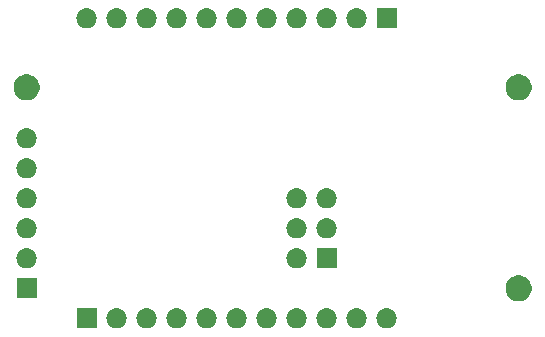
<source format=gbs>
G04 #@! TF.GenerationSoftware,KiCad,Pcbnew,5.0.2+dfsg1-1~bpo9+1*
G04 #@! TF.CreationDate,2019-04-18T11:56:18+02:00*
G04 #@! TF.ProjectId,MySNode,4d79534e-6f64-4652-9e6b-696361645f70,1.2*
G04 #@! TF.SameCoordinates,Original*
G04 #@! TF.FileFunction,Soldermask,Bot*
G04 #@! TF.FilePolarity,Negative*
%FSLAX46Y46*%
G04 Gerber Fmt 4.6, Leading zero omitted, Abs format (unit mm)*
G04 Created by KiCad (PCBNEW 5.0.2+dfsg1-1~bpo9+1) date jeu. 18 avril 2019 11:56:18 CEST*
%MOMM*%
%LPD*%
G01*
G04 APERTURE LIST*
%ADD10C,0.100000*%
G04 APERTURE END LIST*
D10*
G36*
X124626630Y-110922299D02*
X124786855Y-110970903D01*
X124934520Y-111049831D01*
X125063949Y-111156051D01*
X125170169Y-111285480D01*
X125249097Y-111433145D01*
X125297701Y-111593370D01*
X125314112Y-111760000D01*
X125297701Y-111926630D01*
X125249097Y-112086855D01*
X125170169Y-112234520D01*
X125063949Y-112363949D01*
X124934520Y-112470169D01*
X124786855Y-112549097D01*
X124626630Y-112597701D01*
X124501752Y-112610000D01*
X124418248Y-112610000D01*
X124293370Y-112597701D01*
X124133145Y-112549097D01*
X123985480Y-112470169D01*
X123856051Y-112363949D01*
X123749831Y-112234520D01*
X123670903Y-112086855D01*
X123622299Y-111926630D01*
X123605888Y-111760000D01*
X123622299Y-111593370D01*
X123670903Y-111433145D01*
X123749831Y-111285480D01*
X123856051Y-111156051D01*
X123985480Y-111049831D01*
X124133145Y-110970903D01*
X124293370Y-110922299D01*
X124418248Y-110910000D01*
X124501752Y-110910000D01*
X124626630Y-110922299D01*
X124626630Y-110922299D01*
G37*
G36*
X132246630Y-110922299D02*
X132406855Y-110970903D01*
X132554520Y-111049831D01*
X132683949Y-111156051D01*
X132790169Y-111285480D01*
X132869097Y-111433145D01*
X132917701Y-111593370D01*
X132934112Y-111760000D01*
X132917701Y-111926630D01*
X132869097Y-112086855D01*
X132790169Y-112234520D01*
X132683949Y-112363949D01*
X132554520Y-112470169D01*
X132406855Y-112549097D01*
X132246630Y-112597701D01*
X132121752Y-112610000D01*
X132038248Y-112610000D01*
X131913370Y-112597701D01*
X131753145Y-112549097D01*
X131605480Y-112470169D01*
X131476051Y-112363949D01*
X131369831Y-112234520D01*
X131290903Y-112086855D01*
X131242299Y-111926630D01*
X131225888Y-111760000D01*
X131242299Y-111593370D01*
X131290903Y-111433145D01*
X131369831Y-111285480D01*
X131476051Y-111156051D01*
X131605480Y-111049831D01*
X131753145Y-110970903D01*
X131913370Y-110922299D01*
X132038248Y-110910000D01*
X132121752Y-110910000D01*
X132246630Y-110922299D01*
X132246630Y-110922299D01*
G37*
G36*
X129706630Y-110922299D02*
X129866855Y-110970903D01*
X130014520Y-111049831D01*
X130143949Y-111156051D01*
X130250169Y-111285480D01*
X130329097Y-111433145D01*
X130377701Y-111593370D01*
X130394112Y-111760000D01*
X130377701Y-111926630D01*
X130329097Y-112086855D01*
X130250169Y-112234520D01*
X130143949Y-112363949D01*
X130014520Y-112470169D01*
X129866855Y-112549097D01*
X129706630Y-112597701D01*
X129581752Y-112610000D01*
X129498248Y-112610000D01*
X129373370Y-112597701D01*
X129213145Y-112549097D01*
X129065480Y-112470169D01*
X128936051Y-112363949D01*
X128829831Y-112234520D01*
X128750903Y-112086855D01*
X128702299Y-111926630D01*
X128685888Y-111760000D01*
X128702299Y-111593370D01*
X128750903Y-111433145D01*
X128829831Y-111285480D01*
X128936051Y-111156051D01*
X129065480Y-111049831D01*
X129213145Y-110970903D01*
X129373370Y-110922299D01*
X129498248Y-110910000D01*
X129581752Y-110910000D01*
X129706630Y-110922299D01*
X129706630Y-110922299D01*
G37*
G36*
X127166630Y-110922299D02*
X127326855Y-110970903D01*
X127474520Y-111049831D01*
X127603949Y-111156051D01*
X127710169Y-111285480D01*
X127789097Y-111433145D01*
X127837701Y-111593370D01*
X127854112Y-111760000D01*
X127837701Y-111926630D01*
X127789097Y-112086855D01*
X127710169Y-112234520D01*
X127603949Y-112363949D01*
X127474520Y-112470169D01*
X127326855Y-112549097D01*
X127166630Y-112597701D01*
X127041752Y-112610000D01*
X126958248Y-112610000D01*
X126833370Y-112597701D01*
X126673145Y-112549097D01*
X126525480Y-112470169D01*
X126396051Y-112363949D01*
X126289831Y-112234520D01*
X126210903Y-112086855D01*
X126162299Y-111926630D01*
X126145888Y-111760000D01*
X126162299Y-111593370D01*
X126210903Y-111433145D01*
X126289831Y-111285480D01*
X126396051Y-111156051D01*
X126525480Y-111049831D01*
X126673145Y-110970903D01*
X126833370Y-110922299D01*
X126958248Y-110910000D01*
X127041752Y-110910000D01*
X127166630Y-110922299D01*
X127166630Y-110922299D01*
G37*
G36*
X122086630Y-110922299D02*
X122246855Y-110970903D01*
X122394520Y-111049831D01*
X122523949Y-111156051D01*
X122630169Y-111285480D01*
X122709097Y-111433145D01*
X122757701Y-111593370D01*
X122774112Y-111760000D01*
X122757701Y-111926630D01*
X122709097Y-112086855D01*
X122630169Y-112234520D01*
X122523949Y-112363949D01*
X122394520Y-112470169D01*
X122246855Y-112549097D01*
X122086630Y-112597701D01*
X121961752Y-112610000D01*
X121878248Y-112610000D01*
X121753370Y-112597701D01*
X121593145Y-112549097D01*
X121445480Y-112470169D01*
X121316051Y-112363949D01*
X121209831Y-112234520D01*
X121130903Y-112086855D01*
X121082299Y-111926630D01*
X121065888Y-111760000D01*
X121082299Y-111593370D01*
X121130903Y-111433145D01*
X121209831Y-111285480D01*
X121316051Y-111156051D01*
X121445480Y-111049831D01*
X121593145Y-110970903D01*
X121753370Y-110922299D01*
X121878248Y-110910000D01*
X121961752Y-110910000D01*
X122086630Y-110922299D01*
X122086630Y-110922299D01*
G37*
G36*
X119546630Y-110922299D02*
X119706855Y-110970903D01*
X119854520Y-111049831D01*
X119983949Y-111156051D01*
X120090169Y-111285480D01*
X120169097Y-111433145D01*
X120217701Y-111593370D01*
X120234112Y-111760000D01*
X120217701Y-111926630D01*
X120169097Y-112086855D01*
X120090169Y-112234520D01*
X119983949Y-112363949D01*
X119854520Y-112470169D01*
X119706855Y-112549097D01*
X119546630Y-112597701D01*
X119421752Y-112610000D01*
X119338248Y-112610000D01*
X119213370Y-112597701D01*
X119053145Y-112549097D01*
X118905480Y-112470169D01*
X118776051Y-112363949D01*
X118669831Y-112234520D01*
X118590903Y-112086855D01*
X118542299Y-111926630D01*
X118525888Y-111760000D01*
X118542299Y-111593370D01*
X118590903Y-111433145D01*
X118669831Y-111285480D01*
X118776051Y-111156051D01*
X118905480Y-111049831D01*
X119053145Y-110970903D01*
X119213370Y-110922299D01*
X119338248Y-110910000D01*
X119421752Y-110910000D01*
X119546630Y-110922299D01*
X119546630Y-110922299D01*
G37*
G36*
X117006630Y-110922299D02*
X117166855Y-110970903D01*
X117314520Y-111049831D01*
X117443949Y-111156051D01*
X117550169Y-111285480D01*
X117629097Y-111433145D01*
X117677701Y-111593370D01*
X117694112Y-111760000D01*
X117677701Y-111926630D01*
X117629097Y-112086855D01*
X117550169Y-112234520D01*
X117443949Y-112363949D01*
X117314520Y-112470169D01*
X117166855Y-112549097D01*
X117006630Y-112597701D01*
X116881752Y-112610000D01*
X116798248Y-112610000D01*
X116673370Y-112597701D01*
X116513145Y-112549097D01*
X116365480Y-112470169D01*
X116236051Y-112363949D01*
X116129831Y-112234520D01*
X116050903Y-112086855D01*
X116002299Y-111926630D01*
X115985888Y-111760000D01*
X116002299Y-111593370D01*
X116050903Y-111433145D01*
X116129831Y-111285480D01*
X116236051Y-111156051D01*
X116365480Y-111049831D01*
X116513145Y-110970903D01*
X116673370Y-110922299D01*
X116798248Y-110910000D01*
X116881752Y-110910000D01*
X117006630Y-110922299D01*
X117006630Y-110922299D01*
G37*
G36*
X107530000Y-112610000D02*
X105830000Y-112610000D01*
X105830000Y-110910000D01*
X107530000Y-110910000D01*
X107530000Y-112610000D01*
X107530000Y-112610000D01*
G37*
G36*
X109386630Y-110922299D02*
X109546855Y-110970903D01*
X109694520Y-111049831D01*
X109823949Y-111156051D01*
X109930169Y-111285480D01*
X110009097Y-111433145D01*
X110057701Y-111593370D01*
X110074112Y-111760000D01*
X110057701Y-111926630D01*
X110009097Y-112086855D01*
X109930169Y-112234520D01*
X109823949Y-112363949D01*
X109694520Y-112470169D01*
X109546855Y-112549097D01*
X109386630Y-112597701D01*
X109261752Y-112610000D01*
X109178248Y-112610000D01*
X109053370Y-112597701D01*
X108893145Y-112549097D01*
X108745480Y-112470169D01*
X108616051Y-112363949D01*
X108509831Y-112234520D01*
X108430903Y-112086855D01*
X108382299Y-111926630D01*
X108365888Y-111760000D01*
X108382299Y-111593370D01*
X108430903Y-111433145D01*
X108509831Y-111285480D01*
X108616051Y-111156051D01*
X108745480Y-111049831D01*
X108893145Y-110970903D01*
X109053370Y-110922299D01*
X109178248Y-110910000D01*
X109261752Y-110910000D01*
X109386630Y-110922299D01*
X109386630Y-110922299D01*
G37*
G36*
X111926630Y-110922299D02*
X112086855Y-110970903D01*
X112234520Y-111049831D01*
X112363949Y-111156051D01*
X112470169Y-111285480D01*
X112549097Y-111433145D01*
X112597701Y-111593370D01*
X112614112Y-111760000D01*
X112597701Y-111926630D01*
X112549097Y-112086855D01*
X112470169Y-112234520D01*
X112363949Y-112363949D01*
X112234520Y-112470169D01*
X112086855Y-112549097D01*
X111926630Y-112597701D01*
X111801752Y-112610000D01*
X111718248Y-112610000D01*
X111593370Y-112597701D01*
X111433145Y-112549097D01*
X111285480Y-112470169D01*
X111156051Y-112363949D01*
X111049831Y-112234520D01*
X110970903Y-112086855D01*
X110922299Y-111926630D01*
X110905888Y-111760000D01*
X110922299Y-111593370D01*
X110970903Y-111433145D01*
X111049831Y-111285480D01*
X111156051Y-111156051D01*
X111285480Y-111049831D01*
X111433145Y-110970903D01*
X111593370Y-110922299D01*
X111718248Y-110910000D01*
X111801752Y-110910000D01*
X111926630Y-110922299D01*
X111926630Y-110922299D01*
G37*
G36*
X114466630Y-110922299D02*
X114626855Y-110970903D01*
X114774520Y-111049831D01*
X114903949Y-111156051D01*
X115010169Y-111285480D01*
X115089097Y-111433145D01*
X115137701Y-111593370D01*
X115154112Y-111760000D01*
X115137701Y-111926630D01*
X115089097Y-112086855D01*
X115010169Y-112234520D01*
X114903949Y-112363949D01*
X114774520Y-112470169D01*
X114626855Y-112549097D01*
X114466630Y-112597701D01*
X114341752Y-112610000D01*
X114258248Y-112610000D01*
X114133370Y-112597701D01*
X113973145Y-112549097D01*
X113825480Y-112470169D01*
X113696051Y-112363949D01*
X113589831Y-112234520D01*
X113510903Y-112086855D01*
X113462299Y-111926630D01*
X113445888Y-111760000D01*
X113462299Y-111593370D01*
X113510903Y-111433145D01*
X113589831Y-111285480D01*
X113696051Y-111156051D01*
X113825480Y-111049831D01*
X113973145Y-110970903D01*
X114133370Y-110922299D01*
X114258248Y-110910000D01*
X114341752Y-110910000D01*
X114466630Y-110922299D01*
X114466630Y-110922299D01*
G37*
G36*
X143576857Y-108162272D02*
X143777042Y-108245191D01*
X143957213Y-108365578D01*
X144110422Y-108518787D01*
X144230809Y-108698958D01*
X144313728Y-108899143D01*
X144356000Y-109111658D01*
X144356000Y-109328342D01*
X144313728Y-109540857D01*
X144230809Y-109741042D01*
X144110422Y-109921213D01*
X143957213Y-110074422D01*
X143777042Y-110194809D01*
X143576857Y-110277728D01*
X143364342Y-110320000D01*
X143147658Y-110320000D01*
X142935143Y-110277728D01*
X142734958Y-110194809D01*
X142554787Y-110074422D01*
X142401578Y-109921213D01*
X142281191Y-109741042D01*
X142198272Y-109540857D01*
X142156000Y-109328342D01*
X142156000Y-109111658D01*
X142198272Y-108899143D01*
X142281191Y-108698958D01*
X142401578Y-108518787D01*
X142554787Y-108365578D01*
X142734958Y-108245191D01*
X142935143Y-108162272D01*
X143147658Y-108120000D01*
X143364342Y-108120000D01*
X143576857Y-108162272D01*
X143576857Y-108162272D01*
G37*
G36*
X102450000Y-110070000D02*
X100750000Y-110070000D01*
X100750000Y-108370000D01*
X102450000Y-108370000D01*
X102450000Y-110070000D01*
X102450000Y-110070000D01*
G37*
G36*
X127850000Y-107530000D02*
X126150000Y-107530000D01*
X126150000Y-105830000D01*
X127850000Y-105830000D01*
X127850000Y-107530000D01*
X127850000Y-107530000D01*
G37*
G36*
X124626630Y-105842299D02*
X124786855Y-105890903D01*
X124934520Y-105969831D01*
X125063949Y-106076051D01*
X125170169Y-106205480D01*
X125249097Y-106353145D01*
X125297701Y-106513370D01*
X125314112Y-106680000D01*
X125297701Y-106846630D01*
X125249097Y-107006855D01*
X125170169Y-107154520D01*
X125063949Y-107283949D01*
X124934520Y-107390169D01*
X124786855Y-107469097D01*
X124626630Y-107517701D01*
X124501752Y-107530000D01*
X124418248Y-107530000D01*
X124293370Y-107517701D01*
X124133145Y-107469097D01*
X123985480Y-107390169D01*
X123856051Y-107283949D01*
X123749831Y-107154520D01*
X123670903Y-107006855D01*
X123622299Y-106846630D01*
X123605888Y-106680000D01*
X123622299Y-106513370D01*
X123670903Y-106353145D01*
X123749831Y-106205480D01*
X123856051Y-106076051D01*
X123985480Y-105969831D01*
X124133145Y-105890903D01*
X124293370Y-105842299D01*
X124418248Y-105830000D01*
X124501752Y-105830000D01*
X124626630Y-105842299D01*
X124626630Y-105842299D01*
G37*
G36*
X101766630Y-105842299D02*
X101926855Y-105890903D01*
X102074520Y-105969831D01*
X102203949Y-106076051D01*
X102310169Y-106205480D01*
X102389097Y-106353145D01*
X102437701Y-106513370D01*
X102454112Y-106680000D01*
X102437701Y-106846630D01*
X102389097Y-107006855D01*
X102310169Y-107154520D01*
X102203949Y-107283949D01*
X102074520Y-107390169D01*
X101926855Y-107469097D01*
X101766630Y-107517701D01*
X101641752Y-107530000D01*
X101558248Y-107530000D01*
X101433370Y-107517701D01*
X101273145Y-107469097D01*
X101125480Y-107390169D01*
X100996051Y-107283949D01*
X100889831Y-107154520D01*
X100810903Y-107006855D01*
X100762299Y-106846630D01*
X100745888Y-106680000D01*
X100762299Y-106513370D01*
X100810903Y-106353145D01*
X100889831Y-106205480D01*
X100996051Y-106076051D01*
X101125480Y-105969831D01*
X101273145Y-105890903D01*
X101433370Y-105842299D01*
X101558248Y-105830000D01*
X101641752Y-105830000D01*
X101766630Y-105842299D01*
X101766630Y-105842299D01*
G37*
G36*
X124626630Y-103302299D02*
X124786855Y-103350903D01*
X124934520Y-103429831D01*
X125063949Y-103536051D01*
X125170169Y-103665480D01*
X125249097Y-103813145D01*
X125297701Y-103973370D01*
X125314112Y-104140000D01*
X125297701Y-104306630D01*
X125249097Y-104466855D01*
X125170169Y-104614520D01*
X125063949Y-104743949D01*
X124934520Y-104850169D01*
X124786855Y-104929097D01*
X124626630Y-104977701D01*
X124501752Y-104990000D01*
X124418248Y-104990000D01*
X124293370Y-104977701D01*
X124133145Y-104929097D01*
X123985480Y-104850169D01*
X123856051Y-104743949D01*
X123749831Y-104614520D01*
X123670903Y-104466855D01*
X123622299Y-104306630D01*
X123605888Y-104140000D01*
X123622299Y-103973370D01*
X123670903Y-103813145D01*
X123749831Y-103665480D01*
X123856051Y-103536051D01*
X123985480Y-103429831D01*
X124133145Y-103350903D01*
X124293370Y-103302299D01*
X124418248Y-103290000D01*
X124501752Y-103290000D01*
X124626630Y-103302299D01*
X124626630Y-103302299D01*
G37*
G36*
X101766630Y-103302299D02*
X101926855Y-103350903D01*
X102074520Y-103429831D01*
X102203949Y-103536051D01*
X102310169Y-103665480D01*
X102389097Y-103813145D01*
X102437701Y-103973370D01*
X102454112Y-104140000D01*
X102437701Y-104306630D01*
X102389097Y-104466855D01*
X102310169Y-104614520D01*
X102203949Y-104743949D01*
X102074520Y-104850169D01*
X101926855Y-104929097D01*
X101766630Y-104977701D01*
X101641752Y-104990000D01*
X101558248Y-104990000D01*
X101433370Y-104977701D01*
X101273145Y-104929097D01*
X101125480Y-104850169D01*
X100996051Y-104743949D01*
X100889831Y-104614520D01*
X100810903Y-104466855D01*
X100762299Y-104306630D01*
X100745888Y-104140000D01*
X100762299Y-103973370D01*
X100810903Y-103813145D01*
X100889831Y-103665480D01*
X100996051Y-103536051D01*
X101125480Y-103429831D01*
X101273145Y-103350903D01*
X101433370Y-103302299D01*
X101558248Y-103290000D01*
X101641752Y-103290000D01*
X101766630Y-103302299D01*
X101766630Y-103302299D01*
G37*
G36*
X127166630Y-103302299D02*
X127326855Y-103350903D01*
X127474520Y-103429831D01*
X127603949Y-103536051D01*
X127710169Y-103665480D01*
X127789097Y-103813145D01*
X127837701Y-103973370D01*
X127854112Y-104140000D01*
X127837701Y-104306630D01*
X127789097Y-104466855D01*
X127710169Y-104614520D01*
X127603949Y-104743949D01*
X127474520Y-104850169D01*
X127326855Y-104929097D01*
X127166630Y-104977701D01*
X127041752Y-104990000D01*
X126958248Y-104990000D01*
X126833370Y-104977701D01*
X126673145Y-104929097D01*
X126525480Y-104850169D01*
X126396051Y-104743949D01*
X126289831Y-104614520D01*
X126210903Y-104466855D01*
X126162299Y-104306630D01*
X126145888Y-104140000D01*
X126162299Y-103973370D01*
X126210903Y-103813145D01*
X126289831Y-103665480D01*
X126396051Y-103536051D01*
X126525480Y-103429831D01*
X126673145Y-103350903D01*
X126833370Y-103302299D01*
X126958248Y-103290000D01*
X127041752Y-103290000D01*
X127166630Y-103302299D01*
X127166630Y-103302299D01*
G37*
G36*
X127166630Y-100762299D02*
X127326855Y-100810903D01*
X127474520Y-100889831D01*
X127603949Y-100996051D01*
X127710169Y-101125480D01*
X127789097Y-101273145D01*
X127837701Y-101433370D01*
X127854112Y-101600000D01*
X127837701Y-101766630D01*
X127789097Y-101926855D01*
X127710169Y-102074520D01*
X127603949Y-102203949D01*
X127474520Y-102310169D01*
X127326855Y-102389097D01*
X127166630Y-102437701D01*
X127041752Y-102450000D01*
X126958248Y-102450000D01*
X126833370Y-102437701D01*
X126673145Y-102389097D01*
X126525480Y-102310169D01*
X126396051Y-102203949D01*
X126289831Y-102074520D01*
X126210903Y-101926855D01*
X126162299Y-101766630D01*
X126145888Y-101600000D01*
X126162299Y-101433370D01*
X126210903Y-101273145D01*
X126289831Y-101125480D01*
X126396051Y-100996051D01*
X126525480Y-100889831D01*
X126673145Y-100810903D01*
X126833370Y-100762299D01*
X126958248Y-100750000D01*
X127041752Y-100750000D01*
X127166630Y-100762299D01*
X127166630Y-100762299D01*
G37*
G36*
X124626630Y-100762299D02*
X124786855Y-100810903D01*
X124934520Y-100889831D01*
X125063949Y-100996051D01*
X125170169Y-101125480D01*
X125249097Y-101273145D01*
X125297701Y-101433370D01*
X125314112Y-101600000D01*
X125297701Y-101766630D01*
X125249097Y-101926855D01*
X125170169Y-102074520D01*
X125063949Y-102203949D01*
X124934520Y-102310169D01*
X124786855Y-102389097D01*
X124626630Y-102437701D01*
X124501752Y-102450000D01*
X124418248Y-102450000D01*
X124293370Y-102437701D01*
X124133145Y-102389097D01*
X123985480Y-102310169D01*
X123856051Y-102203949D01*
X123749831Y-102074520D01*
X123670903Y-101926855D01*
X123622299Y-101766630D01*
X123605888Y-101600000D01*
X123622299Y-101433370D01*
X123670903Y-101273145D01*
X123749831Y-101125480D01*
X123856051Y-100996051D01*
X123985480Y-100889831D01*
X124133145Y-100810903D01*
X124293370Y-100762299D01*
X124418248Y-100750000D01*
X124501752Y-100750000D01*
X124626630Y-100762299D01*
X124626630Y-100762299D01*
G37*
G36*
X101766630Y-100762299D02*
X101926855Y-100810903D01*
X102074520Y-100889831D01*
X102203949Y-100996051D01*
X102310169Y-101125480D01*
X102389097Y-101273145D01*
X102437701Y-101433370D01*
X102454112Y-101600000D01*
X102437701Y-101766630D01*
X102389097Y-101926855D01*
X102310169Y-102074520D01*
X102203949Y-102203949D01*
X102074520Y-102310169D01*
X101926855Y-102389097D01*
X101766630Y-102437701D01*
X101641752Y-102450000D01*
X101558248Y-102450000D01*
X101433370Y-102437701D01*
X101273145Y-102389097D01*
X101125480Y-102310169D01*
X100996051Y-102203949D01*
X100889831Y-102074520D01*
X100810903Y-101926855D01*
X100762299Y-101766630D01*
X100745888Y-101600000D01*
X100762299Y-101433370D01*
X100810903Y-101273145D01*
X100889831Y-101125480D01*
X100996051Y-100996051D01*
X101125480Y-100889831D01*
X101273145Y-100810903D01*
X101433370Y-100762299D01*
X101558248Y-100750000D01*
X101641752Y-100750000D01*
X101766630Y-100762299D01*
X101766630Y-100762299D01*
G37*
G36*
X101766630Y-98222299D02*
X101926855Y-98270903D01*
X102074520Y-98349831D01*
X102203949Y-98456051D01*
X102310169Y-98585480D01*
X102389097Y-98733145D01*
X102437701Y-98893370D01*
X102454112Y-99060000D01*
X102437701Y-99226630D01*
X102389097Y-99386855D01*
X102310169Y-99534520D01*
X102203949Y-99663949D01*
X102074520Y-99770169D01*
X101926855Y-99849097D01*
X101766630Y-99897701D01*
X101641752Y-99910000D01*
X101558248Y-99910000D01*
X101433370Y-99897701D01*
X101273145Y-99849097D01*
X101125480Y-99770169D01*
X100996051Y-99663949D01*
X100889831Y-99534520D01*
X100810903Y-99386855D01*
X100762299Y-99226630D01*
X100745888Y-99060000D01*
X100762299Y-98893370D01*
X100810903Y-98733145D01*
X100889831Y-98585480D01*
X100996051Y-98456051D01*
X101125480Y-98349831D01*
X101273145Y-98270903D01*
X101433370Y-98222299D01*
X101558248Y-98210000D01*
X101641752Y-98210000D01*
X101766630Y-98222299D01*
X101766630Y-98222299D01*
G37*
G36*
X101766630Y-95682299D02*
X101926855Y-95730903D01*
X102074520Y-95809831D01*
X102203949Y-95916051D01*
X102310169Y-96045480D01*
X102389097Y-96193145D01*
X102437701Y-96353370D01*
X102454112Y-96520000D01*
X102437701Y-96686630D01*
X102389097Y-96846855D01*
X102310169Y-96994520D01*
X102203949Y-97123949D01*
X102074520Y-97230169D01*
X101926855Y-97309097D01*
X101766630Y-97357701D01*
X101641752Y-97370000D01*
X101558248Y-97370000D01*
X101433370Y-97357701D01*
X101273145Y-97309097D01*
X101125480Y-97230169D01*
X100996051Y-97123949D01*
X100889831Y-96994520D01*
X100810903Y-96846855D01*
X100762299Y-96686630D01*
X100745888Y-96520000D01*
X100762299Y-96353370D01*
X100810903Y-96193145D01*
X100889831Y-96045480D01*
X100996051Y-95916051D01*
X101125480Y-95809831D01*
X101273145Y-95730903D01*
X101433370Y-95682299D01*
X101558248Y-95670000D01*
X101641752Y-95670000D01*
X101766630Y-95682299D01*
X101766630Y-95682299D01*
G37*
G36*
X143576857Y-91144272D02*
X143777042Y-91227191D01*
X143957213Y-91347578D01*
X144110422Y-91500787D01*
X144230809Y-91680958D01*
X144313728Y-91881143D01*
X144356000Y-92093658D01*
X144356000Y-92310342D01*
X144313728Y-92522857D01*
X144230809Y-92723042D01*
X144110422Y-92903213D01*
X143957213Y-93056422D01*
X143777042Y-93176809D01*
X143576857Y-93259728D01*
X143364342Y-93302000D01*
X143147658Y-93302000D01*
X142935143Y-93259728D01*
X142734958Y-93176809D01*
X142554787Y-93056422D01*
X142401578Y-92903213D01*
X142281191Y-92723042D01*
X142198272Y-92522857D01*
X142156000Y-92310342D01*
X142156000Y-92093658D01*
X142198272Y-91881143D01*
X142281191Y-91680958D01*
X142401578Y-91500787D01*
X142554787Y-91347578D01*
X142734958Y-91227191D01*
X142935143Y-91144272D01*
X143147658Y-91102000D01*
X143364342Y-91102000D01*
X143576857Y-91144272D01*
X143576857Y-91144272D01*
G37*
G36*
X101920857Y-91144272D02*
X102121042Y-91227191D01*
X102301213Y-91347578D01*
X102454422Y-91500787D01*
X102574809Y-91680958D01*
X102657728Y-91881143D01*
X102700000Y-92093658D01*
X102700000Y-92310342D01*
X102657728Y-92522857D01*
X102574809Y-92723042D01*
X102454422Y-92903213D01*
X102301213Y-93056422D01*
X102121042Y-93176809D01*
X101920857Y-93259728D01*
X101708342Y-93302000D01*
X101491658Y-93302000D01*
X101279143Y-93259728D01*
X101078958Y-93176809D01*
X100898787Y-93056422D01*
X100745578Y-92903213D01*
X100625191Y-92723042D01*
X100542272Y-92522857D01*
X100500000Y-92310342D01*
X100500000Y-92093658D01*
X100542272Y-91881143D01*
X100625191Y-91680958D01*
X100745578Y-91500787D01*
X100898787Y-91347578D01*
X101078958Y-91227191D01*
X101279143Y-91144272D01*
X101491658Y-91102000D01*
X101708342Y-91102000D01*
X101920857Y-91144272D01*
X101920857Y-91144272D01*
G37*
G36*
X106846630Y-85522299D02*
X107006855Y-85570903D01*
X107154520Y-85649831D01*
X107283949Y-85756051D01*
X107390169Y-85885480D01*
X107469097Y-86033145D01*
X107517701Y-86193370D01*
X107534112Y-86360000D01*
X107517701Y-86526630D01*
X107469097Y-86686855D01*
X107390169Y-86834520D01*
X107283949Y-86963949D01*
X107154520Y-87070169D01*
X107006855Y-87149097D01*
X106846630Y-87197701D01*
X106721752Y-87210000D01*
X106638248Y-87210000D01*
X106513370Y-87197701D01*
X106353145Y-87149097D01*
X106205480Y-87070169D01*
X106076051Y-86963949D01*
X105969831Y-86834520D01*
X105890903Y-86686855D01*
X105842299Y-86526630D01*
X105825888Y-86360000D01*
X105842299Y-86193370D01*
X105890903Y-86033145D01*
X105969831Y-85885480D01*
X106076051Y-85756051D01*
X106205480Y-85649831D01*
X106353145Y-85570903D01*
X106513370Y-85522299D01*
X106638248Y-85510000D01*
X106721752Y-85510000D01*
X106846630Y-85522299D01*
X106846630Y-85522299D01*
G37*
G36*
X109386630Y-85522299D02*
X109546855Y-85570903D01*
X109694520Y-85649831D01*
X109823949Y-85756051D01*
X109930169Y-85885480D01*
X110009097Y-86033145D01*
X110057701Y-86193370D01*
X110074112Y-86360000D01*
X110057701Y-86526630D01*
X110009097Y-86686855D01*
X109930169Y-86834520D01*
X109823949Y-86963949D01*
X109694520Y-87070169D01*
X109546855Y-87149097D01*
X109386630Y-87197701D01*
X109261752Y-87210000D01*
X109178248Y-87210000D01*
X109053370Y-87197701D01*
X108893145Y-87149097D01*
X108745480Y-87070169D01*
X108616051Y-86963949D01*
X108509831Y-86834520D01*
X108430903Y-86686855D01*
X108382299Y-86526630D01*
X108365888Y-86360000D01*
X108382299Y-86193370D01*
X108430903Y-86033145D01*
X108509831Y-85885480D01*
X108616051Y-85756051D01*
X108745480Y-85649831D01*
X108893145Y-85570903D01*
X109053370Y-85522299D01*
X109178248Y-85510000D01*
X109261752Y-85510000D01*
X109386630Y-85522299D01*
X109386630Y-85522299D01*
G37*
G36*
X111926630Y-85522299D02*
X112086855Y-85570903D01*
X112234520Y-85649831D01*
X112363949Y-85756051D01*
X112470169Y-85885480D01*
X112549097Y-86033145D01*
X112597701Y-86193370D01*
X112614112Y-86360000D01*
X112597701Y-86526630D01*
X112549097Y-86686855D01*
X112470169Y-86834520D01*
X112363949Y-86963949D01*
X112234520Y-87070169D01*
X112086855Y-87149097D01*
X111926630Y-87197701D01*
X111801752Y-87210000D01*
X111718248Y-87210000D01*
X111593370Y-87197701D01*
X111433145Y-87149097D01*
X111285480Y-87070169D01*
X111156051Y-86963949D01*
X111049831Y-86834520D01*
X110970903Y-86686855D01*
X110922299Y-86526630D01*
X110905888Y-86360000D01*
X110922299Y-86193370D01*
X110970903Y-86033145D01*
X111049831Y-85885480D01*
X111156051Y-85756051D01*
X111285480Y-85649831D01*
X111433145Y-85570903D01*
X111593370Y-85522299D01*
X111718248Y-85510000D01*
X111801752Y-85510000D01*
X111926630Y-85522299D01*
X111926630Y-85522299D01*
G37*
G36*
X114466630Y-85522299D02*
X114626855Y-85570903D01*
X114774520Y-85649831D01*
X114903949Y-85756051D01*
X115010169Y-85885480D01*
X115089097Y-86033145D01*
X115137701Y-86193370D01*
X115154112Y-86360000D01*
X115137701Y-86526630D01*
X115089097Y-86686855D01*
X115010169Y-86834520D01*
X114903949Y-86963949D01*
X114774520Y-87070169D01*
X114626855Y-87149097D01*
X114466630Y-87197701D01*
X114341752Y-87210000D01*
X114258248Y-87210000D01*
X114133370Y-87197701D01*
X113973145Y-87149097D01*
X113825480Y-87070169D01*
X113696051Y-86963949D01*
X113589831Y-86834520D01*
X113510903Y-86686855D01*
X113462299Y-86526630D01*
X113445888Y-86360000D01*
X113462299Y-86193370D01*
X113510903Y-86033145D01*
X113589831Y-85885480D01*
X113696051Y-85756051D01*
X113825480Y-85649831D01*
X113973145Y-85570903D01*
X114133370Y-85522299D01*
X114258248Y-85510000D01*
X114341752Y-85510000D01*
X114466630Y-85522299D01*
X114466630Y-85522299D01*
G37*
G36*
X117006630Y-85522299D02*
X117166855Y-85570903D01*
X117314520Y-85649831D01*
X117443949Y-85756051D01*
X117550169Y-85885480D01*
X117629097Y-86033145D01*
X117677701Y-86193370D01*
X117694112Y-86360000D01*
X117677701Y-86526630D01*
X117629097Y-86686855D01*
X117550169Y-86834520D01*
X117443949Y-86963949D01*
X117314520Y-87070169D01*
X117166855Y-87149097D01*
X117006630Y-87197701D01*
X116881752Y-87210000D01*
X116798248Y-87210000D01*
X116673370Y-87197701D01*
X116513145Y-87149097D01*
X116365480Y-87070169D01*
X116236051Y-86963949D01*
X116129831Y-86834520D01*
X116050903Y-86686855D01*
X116002299Y-86526630D01*
X115985888Y-86360000D01*
X116002299Y-86193370D01*
X116050903Y-86033145D01*
X116129831Y-85885480D01*
X116236051Y-85756051D01*
X116365480Y-85649831D01*
X116513145Y-85570903D01*
X116673370Y-85522299D01*
X116798248Y-85510000D01*
X116881752Y-85510000D01*
X117006630Y-85522299D01*
X117006630Y-85522299D01*
G37*
G36*
X122086630Y-85522299D02*
X122246855Y-85570903D01*
X122394520Y-85649831D01*
X122523949Y-85756051D01*
X122630169Y-85885480D01*
X122709097Y-86033145D01*
X122757701Y-86193370D01*
X122774112Y-86360000D01*
X122757701Y-86526630D01*
X122709097Y-86686855D01*
X122630169Y-86834520D01*
X122523949Y-86963949D01*
X122394520Y-87070169D01*
X122246855Y-87149097D01*
X122086630Y-87197701D01*
X121961752Y-87210000D01*
X121878248Y-87210000D01*
X121753370Y-87197701D01*
X121593145Y-87149097D01*
X121445480Y-87070169D01*
X121316051Y-86963949D01*
X121209831Y-86834520D01*
X121130903Y-86686855D01*
X121082299Y-86526630D01*
X121065888Y-86360000D01*
X121082299Y-86193370D01*
X121130903Y-86033145D01*
X121209831Y-85885480D01*
X121316051Y-85756051D01*
X121445480Y-85649831D01*
X121593145Y-85570903D01*
X121753370Y-85522299D01*
X121878248Y-85510000D01*
X121961752Y-85510000D01*
X122086630Y-85522299D01*
X122086630Y-85522299D01*
G37*
G36*
X124626630Y-85522299D02*
X124786855Y-85570903D01*
X124934520Y-85649831D01*
X125063949Y-85756051D01*
X125170169Y-85885480D01*
X125249097Y-86033145D01*
X125297701Y-86193370D01*
X125314112Y-86360000D01*
X125297701Y-86526630D01*
X125249097Y-86686855D01*
X125170169Y-86834520D01*
X125063949Y-86963949D01*
X124934520Y-87070169D01*
X124786855Y-87149097D01*
X124626630Y-87197701D01*
X124501752Y-87210000D01*
X124418248Y-87210000D01*
X124293370Y-87197701D01*
X124133145Y-87149097D01*
X123985480Y-87070169D01*
X123856051Y-86963949D01*
X123749831Y-86834520D01*
X123670903Y-86686855D01*
X123622299Y-86526630D01*
X123605888Y-86360000D01*
X123622299Y-86193370D01*
X123670903Y-86033145D01*
X123749831Y-85885480D01*
X123856051Y-85756051D01*
X123985480Y-85649831D01*
X124133145Y-85570903D01*
X124293370Y-85522299D01*
X124418248Y-85510000D01*
X124501752Y-85510000D01*
X124626630Y-85522299D01*
X124626630Y-85522299D01*
G37*
G36*
X127166630Y-85522299D02*
X127326855Y-85570903D01*
X127474520Y-85649831D01*
X127603949Y-85756051D01*
X127710169Y-85885480D01*
X127789097Y-86033145D01*
X127837701Y-86193370D01*
X127854112Y-86360000D01*
X127837701Y-86526630D01*
X127789097Y-86686855D01*
X127710169Y-86834520D01*
X127603949Y-86963949D01*
X127474520Y-87070169D01*
X127326855Y-87149097D01*
X127166630Y-87197701D01*
X127041752Y-87210000D01*
X126958248Y-87210000D01*
X126833370Y-87197701D01*
X126673145Y-87149097D01*
X126525480Y-87070169D01*
X126396051Y-86963949D01*
X126289831Y-86834520D01*
X126210903Y-86686855D01*
X126162299Y-86526630D01*
X126145888Y-86360000D01*
X126162299Y-86193370D01*
X126210903Y-86033145D01*
X126289831Y-85885480D01*
X126396051Y-85756051D01*
X126525480Y-85649831D01*
X126673145Y-85570903D01*
X126833370Y-85522299D01*
X126958248Y-85510000D01*
X127041752Y-85510000D01*
X127166630Y-85522299D01*
X127166630Y-85522299D01*
G37*
G36*
X129706630Y-85522299D02*
X129866855Y-85570903D01*
X130014520Y-85649831D01*
X130143949Y-85756051D01*
X130250169Y-85885480D01*
X130329097Y-86033145D01*
X130377701Y-86193370D01*
X130394112Y-86360000D01*
X130377701Y-86526630D01*
X130329097Y-86686855D01*
X130250169Y-86834520D01*
X130143949Y-86963949D01*
X130014520Y-87070169D01*
X129866855Y-87149097D01*
X129706630Y-87197701D01*
X129581752Y-87210000D01*
X129498248Y-87210000D01*
X129373370Y-87197701D01*
X129213145Y-87149097D01*
X129065480Y-87070169D01*
X128936051Y-86963949D01*
X128829831Y-86834520D01*
X128750903Y-86686855D01*
X128702299Y-86526630D01*
X128685888Y-86360000D01*
X128702299Y-86193370D01*
X128750903Y-86033145D01*
X128829831Y-85885480D01*
X128936051Y-85756051D01*
X129065480Y-85649831D01*
X129213145Y-85570903D01*
X129373370Y-85522299D01*
X129498248Y-85510000D01*
X129581752Y-85510000D01*
X129706630Y-85522299D01*
X129706630Y-85522299D01*
G37*
G36*
X132930000Y-87210000D02*
X131230000Y-87210000D01*
X131230000Y-85510000D01*
X132930000Y-85510000D01*
X132930000Y-87210000D01*
X132930000Y-87210000D01*
G37*
G36*
X119546630Y-85522299D02*
X119706855Y-85570903D01*
X119854520Y-85649831D01*
X119983949Y-85756051D01*
X120090169Y-85885480D01*
X120169097Y-86033145D01*
X120217701Y-86193370D01*
X120234112Y-86360000D01*
X120217701Y-86526630D01*
X120169097Y-86686855D01*
X120090169Y-86834520D01*
X119983949Y-86963949D01*
X119854520Y-87070169D01*
X119706855Y-87149097D01*
X119546630Y-87197701D01*
X119421752Y-87210000D01*
X119338248Y-87210000D01*
X119213370Y-87197701D01*
X119053145Y-87149097D01*
X118905480Y-87070169D01*
X118776051Y-86963949D01*
X118669831Y-86834520D01*
X118590903Y-86686855D01*
X118542299Y-86526630D01*
X118525888Y-86360000D01*
X118542299Y-86193370D01*
X118590903Y-86033145D01*
X118669831Y-85885480D01*
X118776051Y-85756051D01*
X118905480Y-85649831D01*
X119053145Y-85570903D01*
X119213370Y-85522299D01*
X119338248Y-85510000D01*
X119421752Y-85510000D01*
X119546630Y-85522299D01*
X119546630Y-85522299D01*
G37*
M02*

</source>
